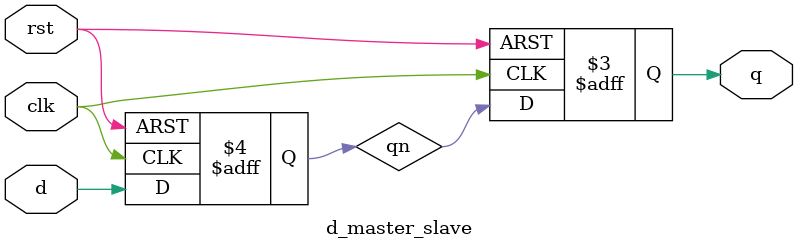
<source format=v>
module  d_master_slave(input d,clk,rst, output reg q);
  reg qn;
  always @(posedge clk or posedge rst)begin
    if (rst)
      qn <=0;
    else 
      qn=d;
  end
  always @(negedge clk or posedge rst) begin
    if(rst)
      q<=0;
    else
      q<=qn;
  end
    endmodule

</source>
